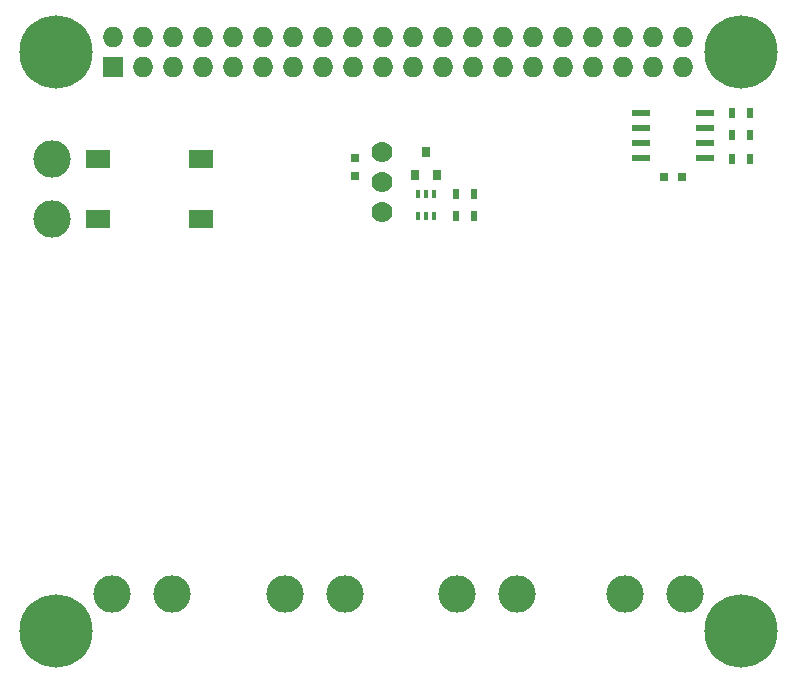
<source format=gbs>
G04 #@! TF.GenerationSoftware,KiCad,Pcbnew,(2018-01-11 revision 6f2beeb)-master*
G04 #@! TF.CreationDate,2018-01-26T06:56:05-06:00*
G04 #@! TF.ProjectId,RPi-HAT-RGBW-LED-Controller,5250692D4841542D524742572D4C4544,rev?*
G04 #@! TF.SameCoordinates,Original*
G04 #@! TF.FileFunction,Soldermask,Bot*
G04 #@! TF.FilePolarity,Negative*
%FSLAX46Y46*%
G04 Gerber Fmt 4.6, Leading zero omitted, Abs format (unit mm)*
G04 Created by KiCad (PCBNEW (2018-01-11 revision 6f2beeb)-master) date Friday, January 26, 2018 'AMt' 06:56:05 AM*
%MOMM*%
%LPD*%
G01*
G04 APERTURE LIST*
%ADD10C,3.175000*%
%ADD11C,6.200000*%
%ADD12R,1.550000X0.600000*%
%ADD13R,0.800000X0.750000*%
%ADD14R,1.727200X1.727200*%
%ADD15O,1.727200X1.727200*%
%ADD16R,0.500000X0.900000*%
%ADD17R,0.800000X0.900000*%
%ADD18R,0.400000X0.650000*%
%ADD19R,0.750000X0.800000*%
%ADD20R,2.000000X1.500000*%
%ADD21C,1.778000*%
G04 APERTURE END LIST*
D10*
X77724000Y-79375000D03*
X82804000Y-79375000D03*
X34290000Y-79375000D03*
X39370000Y-79375000D03*
X48895000Y-79375000D03*
X53975000Y-79375000D03*
X63500000Y-79375000D03*
X68580000Y-79375000D03*
X29210000Y-42545000D03*
X29210000Y-47625000D03*
D11*
X87500000Y-33500000D03*
X87500000Y-82500000D03*
X29500000Y-82500000D03*
X29500000Y-33500000D03*
D12*
X79088000Y-42406736D03*
X79088000Y-41136736D03*
X79088000Y-39866736D03*
X79088000Y-38596736D03*
X84488000Y-38596736D03*
X84488000Y-39866736D03*
X84488000Y-41136736D03*
X84488000Y-42406736D03*
D13*
X82538000Y-44069000D03*
X81038000Y-44069000D03*
D14*
X34370000Y-34770000D03*
D15*
X34370000Y-32230000D03*
X36910000Y-34770000D03*
X36910000Y-32230000D03*
X39450000Y-34770000D03*
X39450000Y-32230000D03*
X41990000Y-34770000D03*
X41990000Y-32230000D03*
X44530000Y-34770000D03*
X44530000Y-32230000D03*
X47070000Y-34770000D03*
X47070000Y-32230000D03*
X49610000Y-34770000D03*
X49610000Y-32230000D03*
X52150000Y-34770000D03*
X52150000Y-32230000D03*
X54690000Y-34770000D03*
X54690000Y-32230000D03*
X57230000Y-34770000D03*
X57230000Y-32230000D03*
X59770000Y-34770000D03*
X59770000Y-32230000D03*
X62310000Y-34770000D03*
X62310000Y-32230000D03*
X64850000Y-34770000D03*
X64850000Y-32230000D03*
X67390000Y-34770000D03*
X67390000Y-32230000D03*
X69930000Y-34770000D03*
X69930000Y-32230000D03*
X72470000Y-34770000D03*
X72470000Y-32230000D03*
X75010000Y-34770000D03*
X75010000Y-32230000D03*
X77550000Y-34770000D03*
X77550000Y-32230000D03*
X80090000Y-34770000D03*
X80090000Y-32230000D03*
X82630000Y-34770000D03*
X82630000Y-32230000D03*
D16*
X88253000Y-42545000D03*
X86753000Y-42545000D03*
X88253000Y-38596736D03*
X86753000Y-38596736D03*
X88253000Y-40513000D03*
X86753000Y-40513000D03*
D17*
X61817000Y-43921000D03*
X59917000Y-43921000D03*
X60867000Y-41921000D03*
D18*
X60217000Y-45471000D03*
X61517000Y-45471000D03*
X60867000Y-47371000D03*
X60867000Y-45471000D03*
X61517000Y-47371000D03*
X60217000Y-47371000D03*
D16*
X63385000Y-47371000D03*
X64885000Y-47371000D03*
X63385000Y-45466000D03*
X64885000Y-45466000D03*
D19*
X54864000Y-43930000D03*
X54864000Y-42430000D03*
D20*
X41835000Y-42535000D03*
X41835000Y-47635000D03*
X33095000Y-47635000D03*
X33095000Y-42535000D03*
D21*
X57150000Y-46990000D03*
X57150000Y-44450000D03*
X57150000Y-41910000D03*
M02*

</source>
